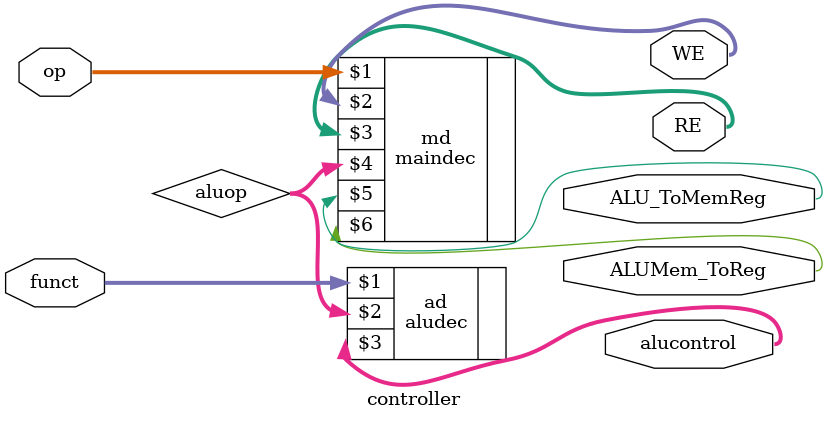
<source format=v>
module controller (input [2:0] op, input [1:0] funct,
output [1:0] WE, RE,
output ALU_ToMemReg,ALUMem_ToReg,
output [2:0] alucontrol);

wire [1:0] aluop;

maindec md(op, WE, RE, aluop, ALU_ToMemReg, ALUMem_ToReg);//FINISHED

aludec ad (funct, aluop, alucontrol);//FINISHED

endmodule

</source>
